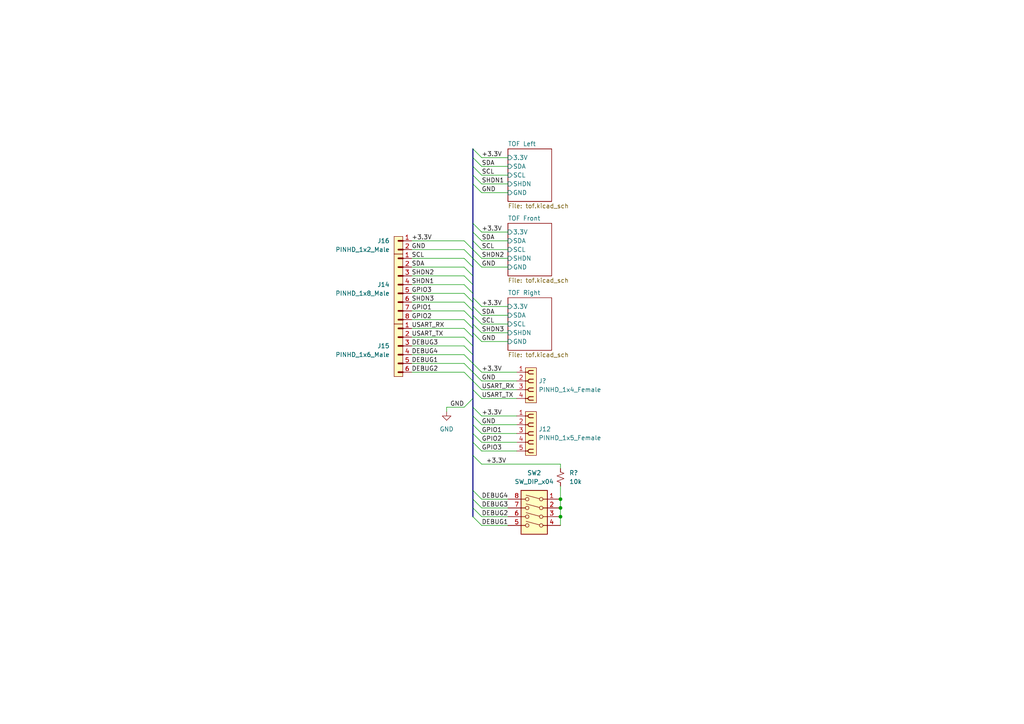
<source format=kicad_sch>
(kicad_sch (version 20230121) (generator eeschema)

  (uuid 31eac67d-6e38-4018-a0a5-3633aa5d4fe1)

  (paper "A4")

  (title_block
    (title "Mouse Potato")
    (date "2024-02-01")
    (rev "1.2.0")
    (company "UCLA Micromouse 2023-24 Team 2")
  )

  (lib_symbols
    (symbol "Device:R_Small_US" (pin_numbers hide) (pin_names (offset 0.254) hide) (in_bom yes) (on_board yes)
      (property "Reference" "R" (at 0.762 0.508 0)
        (effects (font (size 1.27 1.27)) (justify left))
      )
      (property "Value" "R_Small_US" (at 0.762 -1.016 0)
        (effects (font (size 1.27 1.27)) (justify left))
      )
      (property "Footprint" "" (at 0 0 0)
        (effects (font (size 1.27 1.27)) hide)
      )
      (property "Datasheet" "~" (at 0 0 0)
        (effects (font (size 1.27 1.27)) hide)
      )
      (property "ki_keywords" "r resistor" (at 0 0 0)
        (effects (font (size 1.27 1.27)) hide)
      )
      (property "ki_description" "Resistor, small US symbol" (at 0 0 0)
        (effects (font (size 1.27 1.27)) hide)
      )
      (property "ki_fp_filters" "R_*" (at 0 0 0)
        (effects (font (size 1.27 1.27)) hide)
      )
      (symbol "R_Small_US_1_1"
        (polyline
          (pts
            (xy 0 0)
            (xy 1.016 -0.381)
            (xy 0 -0.762)
            (xy -1.016 -1.143)
            (xy 0 -1.524)
          )
          (stroke (width 0) (type default))
          (fill (type none))
        )
        (polyline
          (pts
            (xy 0 1.524)
            (xy 1.016 1.143)
            (xy 0 0.762)
            (xy -1.016 0.381)
            (xy 0 0)
          )
          (stroke (width 0) (type default))
          (fill (type none))
        )
        (pin passive line (at 0 2.54 270) (length 1.016)
          (name "~" (effects (font (size 1.27 1.27))))
          (number "1" (effects (font (size 1.27 1.27))))
        )
        (pin passive line (at 0 -2.54 90) (length 1.016)
          (name "~" (effects (font (size 1.27 1.27))))
          (number "2" (effects (font (size 1.27 1.27))))
        )
      )
    )
    (symbol "PCM_SL_Pin_Headers:PINHD_1x2_Male" (in_bom yes) (on_board yes)
      (property "Reference" "J" (at 0 6.35 0)
        (effects (font (size 1.27 1.27)))
      )
      (property "Value" "PINHD_1x2_Male" (at 0 3.81 0)
        (effects (font (size 1.27 1.27)))
      )
      (property "Footprint" "Connector_PinHeader_2.54mm:PinHeader_1x02_P2.54mm_Vertical" (at 1.27 -3.81 0)
        (effects (font (size 1.27 1.27)) hide)
      )
      (property "Datasheet" "" (at 0 7.62 0)
        (effects (font (size 1.27 1.27)) hide)
      )
      (property "ki_keywords" "Pin Header" (at 0 0 0)
        (effects (font (size 1.27 1.27)) hide)
      )
      (property "ki_description" "Pin Header male with pin space 2.54mm. Pin Count -2" (at 0 0 0)
        (effects (font (size 1.27 1.27)) hide)
      )
      (property "ki_fp_filters" "PinHeader_1x02_P2.54mm*" (at 0 0 0)
        (effects (font (size 1.27 1.27)) hide)
      )
      (symbol "PINHD_1x2_Male_0_1"
        (rectangle (start -1.27 2.54) (end 1.27 -2.54)
          (stroke (width 0) (type default))
          (fill (type background))
        )
        (polyline
          (pts
            (xy -1.27 -1.27)
            (xy 0 -1.27)
          )
          (stroke (width 0.3) (type default))
          (fill (type none))
        )
        (polyline
          (pts
            (xy -1.27 -1.27)
            (xy 0 -1.27)
          )
          (stroke (width 0.5) (type default))
          (fill (type none))
        )
        (polyline
          (pts
            (xy -1.27 1.27)
            (xy 0 1.27)
          )
          (stroke (width 0.3) (type default))
          (fill (type none))
        )
        (polyline
          (pts
            (xy -1.27 1.27)
            (xy 0 1.27)
          )
          (stroke (width 0.5) (type default))
          (fill (type none))
        )
      )
      (symbol "PINHD_1x2_Male_1_1"
        (pin passive line (at -3.81 1.27 0) (length 2.54)
          (name "" (effects (font (size 1.27 1.27))))
          (number "1" (effects (font (size 1.27 1.27))))
        )
        (pin passive line (at -3.81 -1.27 0) (length 2.54)
          (name "" (effects (font (size 1.27 1.27))))
          (number "2" (effects (font (size 1.27 1.27))))
        )
      )
    )
    (symbol "PCM_SL_Pin_Headers:PINHD_1x4_Female" (in_bom yes) (on_board yes)
      (property "Reference" "J" (at 0 10.16 0)
        (effects (font (size 1.27 1.27)))
      )
      (property "Value" "PINHD_1x4_Female" (at 0 7.62 0)
        (effects (font (size 1.27 1.27)))
      )
      (property "Footprint" "Connector_PinSocket_2.54mm:PinSocket_1x04_P2.54mm_Vertical" (at 2.54 12.7 0)
        (effects (font (size 1.27 1.27)) hide)
      )
      (property "Datasheet" "" (at 0 10.16 0)
        (effects (font (size 1.27 1.27)) hide)
      )
      (property "ki_keywords" "Pin Header" (at 0 0 0)
        (effects (font (size 1.27 1.27)) hide)
      )
      (property "ki_description" "Pin Header female with pin space 2.54mm. Pin Count -4" (at 0 0 0)
        (effects (font (size 1.27 1.27)) hide)
      )
      (property "ki_fp_filters" "PinSocket_1x04_P2.54mm*" (at 0 0 0)
        (effects (font (size 1.27 1.27)) hide)
      )
      (symbol "PINHD_1x4_Female_0_1"
        (rectangle (start -1.27 5.08) (end 1.905 -5.08)
          (stroke (width 0) (type default))
          (fill (type background))
        )
        (arc (start -0.508 -3.81) (mid -0.3592 -4.1692) (end 0 -4.318)
          (stroke (width 0.25) (type default))
          (fill (type none))
        )
        (arc (start -0.508 -1.27) (mid -0.3592 -1.6292) (end 0 -1.778)
          (stroke (width 0.25) (type default))
          (fill (type none))
        )
        (arc (start -0.508 1.27) (mid -0.3592 0.9108) (end 0 0.762)
          (stroke (width 0.25) (type default))
          (fill (type none))
        )
        (arc (start -0.508 3.81) (mid -0.3592 3.4508) (end 0 3.302)
          (stroke (width 0.25) (type default))
          (fill (type none))
        )
        (arc (start 0 -3.302) (mid -0.3592 -3.4508) (end -0.508 -3.81)
          (stroke (width 0.25) (type default))
          (fill (type none))
        )
        (arc (start 0 -0.762) (mid -0.3592 -0.9108) (end -0.508 -1.27)
          (stroke (width 0.25) (type default))
          (fill (type none))
        )
        (polyline
          (pts
            (xy -1.27 -3.81)
            (xy -0.508 -3.81)
          )
          (stroke (width 0.25) (type default))
          (fill (type none))
        )
        (polyline
          (pts
            (xy -1.27 -1.27)
            (xy -0.508 -1.27)
          )
          (stroke (width 0.25) (type default))
          (fill (type none))
        )
        (polyline
          (pts
            (xy -1.27 1.27)
            (xy -0.508 1.27)
          )
          (stroke (width 0.25) (type default))
          (fill (type none))
        )
        (polyline
          (pts
            (xy -1.27 3.81)
            (xy -0.508 3.81)
          )
          (stroke (width 0.25) (type default))
          (fill (type none))
        )
        (polyline
          (pts
            (xy 0 -4.318)
            (xy 1.016 -4.318)
          )
          (stroke (width 0.25) (type default))
          (fill (type none))
        )
        (polyline
          (pts
            (xy 0 -3.302)
            (xy 1.016 -3.302)
          )
          (stroke (width 0.25) (type default))
          (fill (type none))
        )
        (polyline
          (pts
            (xy 0 -1.778)
            (xy 1.016 -1.778)
          )
          (stroke (width 0.25) (type default))
          (fill (type none))
        )
        (polyline
          (pts
            (xy 0 -0.762)
            (xy 1.016 -0.762)
          )
          (stroke (width 0.25) (type default))
          (fill (type none))
        )
        (polyline
          (pts
            (xy 0 0.762)
            (xy 1.016 0.762)
          )
          (stroke (width 0.25) (type default))
          (fill (type none))
        )
        (polyline
          (pts
            (xy 0 1.778)
            (xy 1.016 1.778)
          )
          (stroke (width 0.25) (type default))
          (fill (type none))
        )
        (polyline
          (pts
            (xy 0 3.302)
            (xy 1.016 3.302)
          )
          (stroke (width 0.25) (type default))
          (fill (type none))
        )
        (polyline
          (pts
            (xy 0 4.318)
            (xy 1.016 4.318)
          )
          (stroke (width 0.25) (type default))
          (fill (type none))
        )
        (arc (start 0 1.778) (mid -0.3592 1.6292) (end -0.508 1.27)
          (stroke (width 0.25) (type default))
          (fill (type none))
        )
        (arc (start 0 4.318) (mid -0.3592 4.1692) (end -0.508 3.81)
          (stroke (width 0.25) (type default))
          (fill (type none))
        )
      )
      (symbol "PINHD_1x4_Female_1_1"
        (pin passive line (at -3.81 3.81 0) (length 2.54)
          (name "" (effects (font (size 1.27 1.27))))
          (number "1" (effects (font (size 1.27 1.27))))
        )
        (pin passive line (at -3.81 1.27 0) (length 2.54)
          (name "" (effects (font (size 1.27 1.27))))
          (number "2" (effects (font (size 1.27 1.27))))
        )
        (pin passive line (at -3.81 -1.27 0) (length 2.54)
          (name "" (effects (font (size 1.27 1.27))))
          (number "3" (effects (font (size 1.27 1.27))))
        )
        (pin passive line (at -3.81 -3.81 0) (length 2.54)
          (name "" (effects (font (size 1.27 1.27))))
          (number "4" (effects (font (size 1.27 1.27))))
        )
      )
    )
    (symbol "PCM_SL_Pin_Headers:PINHD_1x5_Female" (in_bom yes) (on_board yes)
      (property "Reference" "J" (at 0 11.43 0)
        (effects (font (size 1.27 1.27)))
      )
      (property "Value" "PINHD_1x5_Female" (at 0 8.89 0)
        (effects (font (size 1.27 1.27)))
      )
      (property "Footprint" "Connector_PinSocket_2.54mm:PinSocket_1x05_P2.54mm_Vertical" (at 2.54 13.97 0)
        (effects (font (size 1.27 1.27)) hide)
      )
      (property "Datasheet" "" (at 0 11.43 0)
        (effects (font (size 1.27 1.27)) hide)
      )
      (property "ki_keywords" "Pin Header" (at 0 0 0)
        (effects (font (size 1.27 1.27)) hide)
      )
      (property "ki_description" "Pin Header female with pin space 2.54mm. Pin Count -5" (at 0 0 0)
        (effects (font (size 1.27 1.27)) hide)
      )
      (property "ki_fp_filters" "PinSocket_1x05_P2.54mm*" (at 0 0 0)
        (effects (font (size 1.27 1.27)) hide)
      )
      (symbol "PINHD_1x5_Female_0_1"
        (rectangle (start -1.27 6.35) (end 1.905 -6.35)
          (stroke (width 0) (type default))
          (fill (type background))
        )
        (arc (start -0.508 -5.08) (mid -0.3592 -5.4392) (end 0 -5.588)
          (stroke (width 0.25) (type default))
          (fill (type none))
        )
        (arc (start -0.508 -2.54) (mid -0.3592 -2.8992) (end 0 -3.048)
          (stroke (width 0.25) (type default))
          (fill (type none))
        )
        (arc (start -0.508 0) (mid -0.3592 -0.3592) (end 0 -0.508)
          (stroke (width 0.25) (type default))
          (fill (type none))
        )
        (arc (start -0.508 2.54) (mid -0.3592 2.1808) (end 0 2.032)
          (stroke (width 0.25) (type default))
          (fill (type none))
        )
        (arc (start -0.508 5.08) (mid -0.3592 4.7208) (end 0 4.572)
          (stroke (width 0.25) (type default))
          (fill (type none))
        )
        (arc (start 0 -4.572) (mid -0.3592 -4.7208) (end -0.508 -5.08)
          (stroke (width 0.25) (type default))
          (fill (type none))
        )
        (arc (start 0 -2.032) (mid -0.3592 -2.1808) (end -0.508 -2.54)
          (stroke (width 0.25) (type default))
          (fill (type none))
        )
        (polyline
          (pts
            (xy -1.27 -5.08)
            (xy -0.508 -5.08)
          )
          (stroke (width 0.25) (type default))
          (fill (type none))
        )
        (polyline
          (pts
            (xy -1.27 -2.54)
            (xy -0.508 -2.54)
          )
          (stroke (width 0.25) (type default))
          (fill (type none))
        )
        (polyline
          (pts
            (xy -1.27 0)
            (xy -0.508 0)
          )
          (stroke (width 0.25) (type default))
          (fill (type none))
        )
        (polyline
          (pts
            (xy -1.27 2.54)
            (xy -0.508 2.54)
          )
          (stroke (width 0.25) (type default))
          (fill (type none))
        )
        (polyline
          (pts
            (xy -1.27 5.08)
            (xy -0.508 5.08)
          )
          (stroke (width 0.25) (type default))
          (fill (type none))
        )
        (polyline
          (pts
            (xy 0 -5.588)
            (xy 1.016 -5.588)
          )
          (stroke (width 0.25) (type default))
          (fill (type none))
        )
        (polyline
          (pts
            (xy 0 -4.572)
            (xy 1.016 -4.572)
          )
          (stroke (width 0.25) (type default))
          (fill (type none))
        )
        (polyline
          (pts
            (xy 0 -3.048)
            (xy 1.016 -3.048)
          )
          (stroke (width 0.25) (type default))
          (fill (type none))
        )
        (polyline
          (pts
            (xy 0 -2.032)
            (xy 1.016 -2.032)
          )
          (stroke (width 0.25) (type default))
          (fill (type none))
        )
        (polyline
          (pts
            (xy 0 -0.508)
            (xy 1.016 -0.508)
          )
          (stroke (width 0.25) (type default))
          (fill (type none))
        )
        (polyline
          (pts
            (xy 0 0.508)
            (xy 1.016 0.508)
          )
          (stroke (width 0.25) (type default))
          (fill (type none))
        )
        (polyline
          (pts
            (xy 0 2.032)
            (xy 1.016 2.032)
          )
          (stroke (width 0.25) (type default))
          (fill (type none))
        )
        (polyline
          (pts
            (xy 0 3.048)
            (xy 1.016 3.048)
          )
          (stroke (width 0.25) (type default))
          (fill (type none))
        )
        (polyline
          (pts
            (xy 0 4.572)
            (xy 1.016 4.572)
          )
          (stroke (width 0.25) (type default))
          (fill (type none))
        )
        (polyline
          (pts
            (xy 0 5.588)
            (xy 1.016 5.588)
          )
          (stroke (width 0.25) (type default))
          (fill (type none))
        )
        (arc (start 0 0.508) (mid -0.3592 0.3592) (end -0.508 0)
          (stroke (width 0.25) (type default))
          (fill (type none))
        )
        (arc (start 0 3.048) (mid -0.3592 2.8992) (end -0.508 2.54)
          (stroke (width 0.25) (type default))
          (fill (type none))
        )
        (arc (start 0 5.588) (mid -0.3592 5.4392) (end -0.508 5.08)
          (stroke (width 0.25) (type default))
          (fill (type none))
        )
      )
      (symbol "PINHD_1x5_Female_1_1"
        (pin passive line (at -3.81 5.08 0) (length 2.54)
          (name "" (effects (font (size 1.27 1.27))))
          (number "1" (effects (font (size 1.27 1.27))))
        )
        (pin passive line (at -3.81 2.54 0) (length 2.54)
          (name "" (effects (font (size 1.27 1.27))))
          (number "2" (effects (font (size 1.27 1.27))))
        )
        (pin passive line (at -3.81 0 0) (length 2.54)
          (name "" (effects (font (size 1.27 1.27))))
          (number "3" (effects (font (size 1.27 1.27))))
        )
        (pin passive line (at -3.81 -2.54 0) (length 2.54)
          (name "" (effects (font (size 1.27 1.27))))
          (number "4" (effects (font (size 1.27 1.27))))
        )
        (pin passive line (at -3.81 -5.08 0) (length 2.54)
          (name "" (effects (font (size 1.27 1.27))))
          (number "5" (effects (font (size 1.27 1.27))))
        )
      )
    )
    (symbol "PCM_SL_Pin_Headers:PINHD_1x6_Male" (in_bom yes) (on_board yes)
      (property "Reference" "J" (at 0 11.43 0)
        (effects (font (size 1.27 1.27)))
      )
      (property "Value" "PINHD_1x6_Male" (at 0 8.89 0)
        (effects (font (size 1.27 1.27)))
      )
      (property "Footprint" "Connector_PinHeader_2.54mm:PinHeader_1x06_P2.54mm_Vertical" (at -1.27 13.97 0)
        (effects (font (size 1.27 1.27)) hide)
      )
      (property "Datasheet" "" (at 0 12.7 0)
        (effects (font (size 1.27 1.27)) hide)
      )
      (property "ki_keywords" "Pin Header" (at 0 0 0)
        (effects (font (size 1.27 1.27)) hide)
      )
      (property "ki_description" "Pin Header male with pin space 2.54mm. Pin Count -6" (at 0 0 0)
        (effects (font (size 1.27 1.27)) hide)
      )
      (property "ki_fp_filters" "PinHeader_1x06_P2.54mm*" (at 0 0 0)
        (effects (font (size 1.27 1.27)) hide)
      )
      (symbol "PINHD_1x6_Male_0_1"
        (rectangle (start -1.27 7.62) (end 1.27 -7.62)
          (stroke (width 0) (type default))
          (fill (type background))
        )
        (polyline
          (pts
            (xy -1.27 -6.35)
            (xy 0 -6.35)
          )
          (stroke (width 0.3) (type default))
          (fill (type none))
        )
        (polyline
          (pts
            (xy -1.27 -6.35)
            (xy 0 -6.35)
          )
          (stroke (width 0.5) (type default))
          (fill (type none))
        )
        (polyline
          (pts
            (xy -1.27 -3.81)
            (xy 0 -3.81)
          )
          (stroke (width 0.3) (type default))
          (fill (type none))
        )
        (polyline
          (pts
            (xy -1.27 -3.81)
            (xy 0 -3.81)
          )
          (stroke (width 0.5) (type default))
          (fill (type none))
        )
        (polyline
          (pts
            (xy -1.27 -1.27)
            (xy 0 -1.27)
          )
          (stroke (width 0.3) (type default))
          (fill (type none))
        )
        (polyline
          (pts
            (xy -1.27 -1.27)
            (xy 0 -1.27)
          )
          (stroke (width 0.5) (type default))
          (fill (type none))
        )
        (polyline
          (pts
            (xy -1.27 1.27)
            (xy 0 1.27)
          )
          (stroke (width 0.3) (type default))
          (fill (type none))
        )
        (polyline
          (pts
            (xy -1.27 1.27)
            (xy 0 1.27)
          )
          (stroke (width 0.5) (type default))
          (fill (type none))
        )
        (polyline
          (pts
            (xy -1.27 3.81)
            (xy 0 3.81)
          )
          (stroke (width 0.3) (type default))
          (fill (type none))
        )
        (polyline
          (pts
            (xy -1.27 3.81)
            (xy 0 3.81)
          )
          (stroke (width 0.5) (type default))
          (fill (type none))
        )
        (polyline
          (pts
            (xy -1.27 6.35)
            (xy 0 6.35)
          )
          (stroke (width 0.3) (type default))
          (fill (type none))
        )
        (polyline
          (pts
            (xy -1.27 6.35)
            (xy 0 6.35)
          )
          (stroke (width 0.5) (type default))
          (fill (type none))
        )
      )
      (symbol "PINHD_1x6_Male_1_1"
        (pin passive line (at -3.81 6.35 0) (length 2.54)
          (name "" (effects (font (size 1.27 1.27))))
          (number "1" (effects (font (size 1.27 1.27))))
        )
        (pin passive line (at -3.81 3.81 0) (length 2.54)
          (name "" (effects (font (size 1.27 1.27))))
          (number "2" (effects (font (size 1.27 1.27))))
        )
        (pin passive line (at -3.81 1.27 0) (length 2.54)
          (name "" (effects (font (size 1.27 1.27))))
          (number "3" (effects (font (size 1.27 1.27))))
        )
        (pin passive line (at -3.81 -1.27 0) (length 2.54)
          (name "" (effects (font (size 1.27 1.27))))
          (number "4" (effects (font (size 1.27 1.27))))
        )
        (pin passive line (at -3.81 -3.81 0) (length 2.54)
          (name "" (effects (font (size 1.27 1.27))))
          (number "5" (effects (font (size 1.27 1.27))))
        )
        (pin passive line (at -3.81 -6.35 0) (length 2.54)
          (name "" (effects (font (size 1.27 1.27))))
          (number "6" (effects (font (size 1.27 1.27))))
        )
      )
    )
    (symbol "PCM_SL_Pin_Headers:PINHD_1x8_Male" (in_bom yes) (on_board yes)
      (property "Reference" "J" (at 0 13.97 0)
        (effects (font (size 1.27 1.27)))
      )
      (property "Value" "PINHD_1x8_Male" (at 0 11.43 0)
        (effects (font (size 1.27 1.27)))
      )
      (property "Footprint" "Connector_PinHeader_2.54mm:PinHeader_1x08_P2.54mm_Vertical" (at -1.27 16.51 0)
        (effects (font (size 1.27 1.27)) hide)
      )
      (property "Datasheet" "" (at 0 15.24 0)
        (effects (font (size 1.27 1.27)) hide)
      )
      (property "ki_keywords" "Pin Header" (at 0 0 0)
        (effects (font (size 1.27 1.27)) hide)
      )
      (property "ki_description" "Pin Header male with pin space 2.54mm. Pin Count -8" (at 0 0 0)
        (effects (font (size 1.27 1.27)) hide)
      )
      (property "ki_fp_filters" "PinHeader_1x08_P2.54mm*" (at 0 0 0)
        (effects (font (size 1.27 1.27)) hide)
      )
      (symbol "PINHD_1x8_Male_0_1"
        (rectangle (start -1.27 10.16) (end 1.27 -10.16)
          (stroke (width 0) (type default))
          (fill (type background))
        )
        (polyline
          (pts
            (xy -1.27 -8.89)
            (xy 0 -8.89)
          )
          (stroke (width 0.3) (type default))
          (fill (type none))
        )
        (polyline
          (pts
            (xy -1.27 -8.89)
            (xy 0 -8.89)
          )
          (stroke (width 0.5) (type default))
          (fill (type none))
        )
        (polyline
          (pts
            (xy -1.27 -6.35)
            (xy 0 -6.35)
          )
          (stroke (width 0.3) (type default))
          (fill (type none))
        )
        (polyline
          (pts
            (xy -1.27 -6.35)
            (xy 0 -6.35)
          )
          (stroke (width 0.5) (type default))
          (fill (type none))
        )
        (polyline
          (pts
            (xy -1.27 -3.81)
            (xy 0 -3.81)
          )
          (stroke (width 0.3) (type default))
          (fill (type none))
        )
        (polyline
          (pts
            (xy -1.27 -3.81)
            (xy 0 -3.81)
          )
          (stroke (width 0.5) (type default))
          (fill (type none))
        )
        (polyline
          (pts
            (xy -1.27 -1.27)
            (xy 0 -1.27)
          )
          (stroke (width 0.3) (type default))
          (fill (type none))
        )
        (polyline
          (pts
            (xy -1.27 -1.27)
            (xy 0 -1.27)
          )
          (stroke (width 0.5) (type default))
          (fill (type none))
        )
        (polyline
          (pts
            (xy -1.27 1.27)
            (xy 0 1.27)
          )
          (stroke (width 0.3) (type default))
          (fill (type none))
        )
        (polyline
          (pts
            (xy -1.27 1.27)
            (xy 0 1.27)
          )
          (stroke (width 0.5) (type default))
          (fill (type none))
        )
        (polyline
          (pts
            (xy -1.27 3.81)
            (xy 0 3.81)
          )
          (stroke (width 0.3) (type default))
          (fill (type none))
        )
        (polyline
          (pts
            (xy -1.27 3.81)
            (xy 0 3.81)
          )
          (stroke (width 0.5) (type default))
          (fill (type none))
        )
        (polyline
          (pts
            (xy -1.27 6.35)
            (xy 0 6.35)
          )
          (stroke (width 0.3) (type default))
          (fill (type none))
        )
        (polyline
          (pts
            (xy -1.27 6.35)
            (xy 0 6.35)
          )
          (stroke (width 0.5) (type default))
          (fill (type none))
        )
        (polyline
          (pts
            (xy -1.27 8.89)
            (xy 0 8.89)
          )
          (stroke (width 0.3) (type default))
          (fill (type none))
        )
        (polyline
          (pts
            (xy -1.27 8.89)
            (xy 0 8.89)
          )
          (stroke (width 0.5) (type default))
          (fill (type none))
        )
      )
      (symbol "PINHD_1x8_Male_1_1"
        (pin passive line (at -3.81 8.89 0) (length 2.54)
          (name "" (effects (font (size 1.27 1.27))))
          (number "1" (effects (font (size 1.27 1.27))))
        )
        (pin passive line (at -3.81 6.35 0) (length 2.54)
          (name "" (effects (font (size 1.27 1.27))))
          (number "2" (effects (font (size 1.27 1.27))))
        )
        (pin passive line (at -3.81 3.81 0) (length 2.54)
          (name "" (effects (font (size 1.27 1.27))))
          (number "3" (effects (font (size 1.27 1.27))))
        )
        (pin passive line (at -3.81 1.27 0) (length 2.54)
          (name "" (effects (font (size 1.27 1.27))))
          (number "4" (effects (font (size 1.27 1.27))))
        )
        (pin passive line (at -3.81 -1.27 0) (length 2.54)
          (name "" (effects (font (size 1.27 1.27))))
          (number "5" (effects (font (size 1.27 1.27))))
        )
        (pin passive line (at -3.81 -3.81 0) (length 2.54)
          (name "" (effects (font (size 1.27 1.27))))
          (number "6" (effects (font (size 1.27 1.27))))
        )
        (pin passive line (at -3.81 -6.35 0) (length 2.54)
          (name "" (effects (font (size 1.27 1.27))))
          (number "7" (effects (font (size 1.27 1.27))))
        )
        (pin passive line (at -3.81 -8.89 0) (length 2.54)
          (name "" (effects (font (size 1.27 1.27))))
          (number "8" (effects (font (size 1.27 1.27))))
        )
      )
    )
    (symbol "Switch:SW_DIP_x04" (pin_names (offset 0) hide) (in_bom yes) (on_board yes)
      (property "Reference" "SW" (at 0 8.89 0)
        (effects (font (size 1.27 1.27)))
      )
      (property "Value" "SW_DIP_x04" (at 0 -6.35 0)
        (effects (font (size 1.27 1.27)))
      )
      (property "Footprint" "" (at 0 0 0)
        (effects (font (size 1.27 1.27)) hide)
      )
      (property "Datasheet" "~" (at 0 0 0)
        (effects (font (size 1.27 1.27)) hide)
      )
      (property "ki_keywords" "dip switch" (at 0 0 0)
        (effects (font (size 1.27 1.27)) hide)
      )
      (property "ki_description" "4x DIP Switch, Single Pole Single Throw (SPST) switch, small symbol" (at 0 0 0)
        (effects (font (size 1.27 1.27)) hide)
      )
      (property "ki_fp_filters" "SW?DIP?x4*" (at 0 0 0)
        (effects (font (size 1.27 1.27)) hide)
      )
      (symbol "SW_DIP_x04_0_0"
        (circle (center -2.032 -2.54) (radius 0.508)
          (stroke (width 0) (type default))
          (fill (type none))
        )
        (circle (center -2.032 0) (radius 0.508)
          (stroke (width 0) (type default))
          (fill (type none))
        )
        (circle (center -2.032 2.54) (radius 0.508)
          (stroke (width 0) (type default))
          (fill (type none))
        )
        (circle (center -2.032 5.08) (radius 0.508)
          (stroke (width 0) (type default))
          (fill (type none))
        )
        (polyline
          (pts
            (xy -1.524 -2.3876)
            (xy 2.3622 -1.3462)
          )
          (stroke (width 0) (type default))
          (fill (type none))
        )
        (polyline
          (pts
            (xy -1.524 0.127)
            (xy 2.3622 1.1684)
          )
          (stroke (width 0) (type default))
          (fill (type none))
        )
        (polyline
          (pts
            (xy -1.524 2.667)
            (xy 2.3622 3.7084)
          )
          (stroke (width 0) (type default))
          (fill (type none))
        )
        (polyline
          (pts
            (xy -1.524 5.207)
            (xy 2.3622 6.2484)
          )
          (stroke (width 0) (type default))
          (fill (type none))
        )
        (circle (center 2.032 -2.54) (radius 0.508)
          (stroke (width 0) (type default))
          (fill (type none))
        )
        (circle (center 2.032 0) (radius 0.508)
          (stroke (width 0) (type default))
          (fill (type none))
        )
        (circle (center 2.032 2.54) (radius 0.508)
          (stroke (width 0) (type default))
          (fill (type none))
        )
        (circle (center 2.032 5.08) (radius 0.508)
          (stroke (width 0) (type default))
          (fill (type none))
        )
      )
      (symbol "SW_DIP_x04_0_1"
        (rectangle (start -3.81 7.62) (end 3.81 -5.08)
          (stroke (width 0.254) (type default))
          (fill (type background))
        )
      )
      (symbol "SW_DIP_x04_1_1"
        (pin passive line (at -7.62 5.08 0) (length 5.08)
          (name "~" (effects (font (size 1.27 1.27))))
          (number "1" (effects (font (size 1.27 1.27))))
        )
        (pin passive line (at -7.62 2.54 0) (length 5.08)
          (name "~" (effects (font (size 1.27 1.27))))
          (number "2" (effects (font (size 1.27 1.27))))
        )
        (pin passive line (at -7.62 0 0) (length 5.08)
          (name "~" (effects (font (size 1.27 1.27))))
          (number "3" (effects (font (size 1.27 1.27))))
        )
        (pin passive line (at -7.62 -2.54 0) (length 5.08)
          (name "~" (effects (font (size 1.27 1.27))))
          (number "4" (effects (font (size 1.27 1.27))))
        )
        (pin passive line (at 7.62 -2.54 180) (length 5.08)
          (name "~" (effects (font (size 1.27 1.27))))
          (number "5" (effects (font (size 1.27 1.27))))
        )
        (pin passive line (at 7.62 0 180) (length 5.08)
          (name "~" (effects (font (size 1.27 1.27))))
          (number "6" (effects (font (size 1.27 1.27))))
        )
        (pin passive line (at 7.62 2.54 180) (length 5.08)
          (name "~" (effects (font (size 1.27 1.27))))
          (number "7" (effects (font (size 1.27 1.27))))
        )
        (pin passive line (at 7.62 5.08 180) (length 5.08)
          (name "~" (effects (font (size 1.27 1.27))))
          (number "8" (effects (font (size 1.27 1.27))))
        )
      )
    )
    (symbol "power:GND" (power) (pin_names (offset 0)) (in_bom yes) (on_board yes)
      (property "Reference" "#PWR" (at 0 -6.35 0)
        (effects (font (size 1.27 1.27)) hide)
      )
      (property "Value" "GND" (at 0 -3.81 0)
        (effects (font (size 1.27 1.27)))
      )
      (property "Footprint" "" (at 0 0 0)
        (effects (font (size 1.27 1.27)) hide)
      )
      (property "Datasheet" "" (at 0 0 0)
        (effects (font (size 1.27 1.27)) hide)
      )
      (property "ki_keywords" "global power" (at 0 0 0)
        (effects (font (size 1.27 1.27)) hide)
      )
      (property "ki_description" "Power symbol creates a global label with name \"GND\" , ground" (at 0 0 0)
        (effects (font (size 1.27 1.27)) hide)
      )
      (symbol "GND_0_1"
        (polyline
          (pts
            (xy 0 0)
            (xy 0 -1.27)
            (xy 1.27 -1.27)
            (xy 0 -2.54)
            (xy -1.27 -1.27)
            (xy 0 -1.27)
          )
          (stroke (width 0) (type default))
          (fill (type none))
        )
      )
      (symbol "GND_1_1"
        (pin power_in line (at 0 0 270) (length 0) hide
          (name "GND" (effects (font (size 1.27 1.27))))
          (number "1" (effects (font (size 1.27 1.27))))
        )
      )
    )
  )

  (junction (at 162.56 149.86) (diameter 0) (color 0 0 0 0)
    (uuid 11467241-be16-4e89-afc6-6321e34d73ba)
  )
  (junction (at 162.56 147.32) (diameter 0) (color 0 0 0 0)
    (uuid 80174e56-db05-4d9c-b7aa-76d409c8c5fd)
  )
  (junction (at 162.56 144.78) (diameter 0) (color 0 0 0 0)
    (uuid 812a587a-5e38-4af9-91e9-2e69bf962a47)
  )

  (bus_entry (at 134.62 90.17) (size 2.54 2.54)
    (stroke (width 0) (type default))
    (uuid 01d0a032-7819-4fb7-8b5f-70493617c21c)
  )
  (bus_entry (at 139.7 48.26) (size -2.54 -2.54)
    (stroke (width 0) (type default))
    (uuid 0a04d879-f682-4df1-9201-a43d9ad40237)
  )
  (bus_entry (at 137.16 113.03) (size 2.54 2.54)
    (stroke (width 0) (type default))
    (uuid 106d5df2-c595-45ef-9102-881dd86812db)
  )
  (bus_entry (at 134.62 72.39) (size 2.54 2.54)
    (stroke (width 0) (type default))
    (uuid 13510276-d281-43e5-92ee-56b7ac17f8f3)
  )
  (bus_entry (at 139.7 74.93) (size -2.54 -2.54)
    (stroke (width 0) (type default))
    (uuid 1f645a45-2ae1-4bb2-864f-cfbc6c682176)
  )
  (bus_entry (at 137.16 149.86) (size 2.54 2.54)
    (stroke (width 0) (type default))
    (uuid 265e53a6-e049-4e3e-a67f-dc89a1be7184)
  )
  (bus_entry (at 137.16 115.57) (size -2.54 2.54)
    (stroke (width 0) (type default))
    (uuid 2e2f9cea-fe54-4844-96aa-77d43c9ff94d)
  )
  (bus_entry (at 137.16 120.65) (size 2.54 2.54)
    (stroke (width 0) (type default))
    (uuid 3bc06f6d-3680-4cb6-8d33-502b997ac370)
  )
  (bus_entry (at 134.62 74.93) (size 2.54 2.54)
    (stroke (width 0) (type default))
    (uuid 4169a321-7c86-4668-a966-71435de8a1a4)
  )
  (bus_entry (at 134.62 92.71) (size 2.54 2.54)
    (stroke (width 0) (type default))
    (uuid 44fae7d5-5920-4d0b-ac9d-71a262e68f69)
  )
  (bus_entry (at 134.62 77.47) (size 2.54 2.54)
    (stroke (width 0) (type default))
    (uuid 479a8667-ce83-40a2-be9d-da2d31ac605c)
  )
  (bus_entry (at 137.16 53.34) (size 2.54 2.54)
    (stroke (width 0) (type default))
    (uuid 4c64a307-52ef-49a7-8cbe-50b7e1495423)
  )
  (bus_entry (at 137.16 128.27) (size 2.54 2.54)
    (stroke (width 0) (type default))
    (uuid 4d279612-142d-4b1f-b4b3-4e03cda9d692)
  )
  (bus_entry (at 137.16 125.73) (size 2.54 2.54)
    (stroke (width 0) (type default))
    (uuid 4ec81c97-66ac-4a55-933d-f977d7fddf04)
  )
  (bus_entry (at 134.62 107.95) (size 2.54 2.54)
    (stroke (width 0) (type default))
    (uuid 5ef359ce-f078-4f24-a0ce-335c14c8e076)
  )
  (bus_entry (at 137.16 96.52) (size 2.54 2.54)
    (stroke (width 0) (type default))
    (uuid 6074a9cc-3aa2-4617-9e85-8c3294472ef5)
  )
  (bus_entry (at 134.62 97.79) (size 2.54 2.54)
    (stroke (width 0) (type default))
    (uuid 789e7aa1-2dba-4a75-be48-9d518268560c)
  )
  (bus_entry (at 134.62 102.87) (size 2.54 2.54)
    (stroke (width 0) (type default))
    (uuid 7cbbea63-257d-4201-891c-0a47cc20b181)
  )
  (bus_entry (at 137.16 64.77) (size 2.54 2.54)
    (stroke (width 0) (type default))
    (uuid 8141189c-7fc9-4462-af42-dcdb39f4aa74)
  )
  (bus_entry (at 134.62 87.63) (size 2.54 2.54)
    (stroke (width 0) (type default))
    (uuid 8183537a-cb55-4ee6-92e2-1b30d276b9ab)
  )
  (bus_entry (at 137.16 132.08) (size 2.54 2.54)
    (stroke (width 0) (type default))
    (uuid 81da66d4-ea4a-4cd4-ab92-ff5a5eee79a1)
  )
  (bus_entry (at 134.62 105.41) (size 2.54 2.54)
    (stroke (width 0) (type default))
    (uuid 83c611e0-bc21-4273-a713-1a9ac2a1ea0e)
  )
  (bus_entry (at 139.7 96.52) (size -2.54 -2.54)
    (stroke (width 0) (type default))
    (uuid 91666f52-0aea-4d3d-ab21-eb922f3fcea0)
  )
  (bus_entry (at 137.16 144.78) (size 2.54 2.54)
    (stroke (width 0) (type default))
    (uuid a0da5629-3136-46f7-a3aa-5f2d21eead74)
  )
  (bus_entry (at 139.7 91.44) (size -2.54 -2.54)
    (stroke (width 0) (type default))
    (uuid a1641d06-778e-4f83-a57a-87bd5b9fb0a9)
  )
  (bus_entry (at 134.62 95.25) (size 2.54 2.54)
    (stroke (width 0) (type default))
    (uuid a83d86c0-6ec3-4e87-be01-aff8cf0af9ac)
  )
  (bus_entry (at 139.7 50.8) (size -2.54 -2.54)
    (stroke (width 0) (type default))
    (uuid ab080f9e-cc64-4911-8661-9a22523b5cba)
  )
  (bus_entry (at 137.16 86.36) (size 2.54 2.54)
    (stroke (width 0) (type default))
    (uuid ad99419e-20af-41e5-b5c4-a87f55221da0)
  )
  (bus_entry (at 137.16 110.49) (size 2.54 2.54)
    (stroke (width 0) (type default))
    (uuid aedd4182-905e-4793-ba31-15818723914a)
  )
  (bus_entry (at 137.16 105.41) (size 2.54 2.54)
    (stroke (width 0) (type default))
    (uuid b2f68f81-2113-4c5e-87be-ce56d7f1bf5c)
  )
  (bus_entry (at 137.16 142.24) (size 2.54 2.54)
    (stroke (width 0) (type default))
    (uuid c14f1854-e752-45ca-9096-97e514c379e3)
  )
  (bus_entry (at 137.16 74.93) (size 2.54 2.54)
    (stroke (width 0) (type default))
    (uuid c268aaf7-7eff-42d5-907b-441d3b8e4f8f)
  )
  (bus_entry (at 134.62 100.33) (size 2.54 2.54)
    (stroke (width 0) (type default))
    (uuid c602f59f-4a14-4f41-909f-68d95baf0a30)
  )
  (bus_entry (at 139.7 93.98) (size -2.54 -2.54)
    (stroke (width 0) (type default))
    (uuid cd28f13c-2c04-44d5-9940-39939f3460b2)
  )
  (bus_entry (at 134.62 69.85) (size 2.54 2.54)
    (stroke (width 0) (type default))
    (uuid cd499a1a-dbf6-4829-9d55-b6ae5a456a3e)
  )
  (bus_entry (at 134.62 80.01) (size 2.54 2.54)
    (stroke (width 0) (type default))
    (uuid d0ba2484-333f-4db2-ba01-47ac373884f1)
  )
  (bus_entry (at 137.16 43.18) (size 2.54 2.54)
    (stroke (width 0) (type default))
    (uuid d476b717-68d5-450e-960c-ea66a127ce89)
  )
  (bus_entry (at 139.7 72.39) (size -2.54 -2.54)
    (stroke (width 0) (type default))
    (uuid d7b6d957-4d3a-43da-bfb6-1393ac011754)
  )
  (bus_entry (at 137.16 107.95) (size 2.54 2.54)
    (stroke (width 0) (type default))
    (uuid da079b59-11bd-416a-bace-cdb6233b7654)
  )
  (bus_entry (at 139.7 53.34) (size -2.54 -2.54)
    (stroke (width 0) (type default))
    (uuid e259c323-7694-488a-b491-2c7dfb292dc2)
  )
  (bus_entry (at 137.16 123.19) (size 2.54 2.54)
    (stroke (width 0) (type default))
    (uuid e2960f17-c65d-422f-83b5-145d26c9c77d)
  )
  (bus_entry (at 134.62 82.55) (size 2.54 2.54)
    (stroke (width 0) (type default))
    (uuid e71aa9b1-27ff-4b85-ab32-495d0997b5e4)
  )
  (bus_entry (at 137.16 118.11) (size 2.54 2.54)
    (stroke (width 0) (type default))
    (uuid eca2e807-8261-4da7-962f-11921194437e)
  )
  (bus_entry (at 134.62 85.09) (size 2.54 2.54)
    (stroke (width 0) (type default))
    (uuid f1f15e15-c4c9-46a5-8bc0-e98d982079e1)
  )
  (bus_entry (at 139.7 69.85) (size -2.54 -2.54)
    (stroke (width 0) (type default))
    (uuid f1f6dad1-6fae-4010-ac44-aaa71cb2fdda)
  )
  (bus_entry (at 137.16 147.32) (size 2.54 2.54)
    (stroke (width 0) (type default))
    (uuid fa6e035e-3b43-42d5-9f28-1dc3e1efe947)
  )

  (wire (pts (xy 119.38 107.95) (xy 134.62 107.95))
    (stroke (width 0) (type default))
    (uuid 014d6b9d-fe31-427c-a10f-59ef4203f223)
  )
  (wire (pts (xy 139.7 134.62) (xy 162.56 134.62))
    (stroke (width 0) (type default))
    (uuid 03226ca2-7981-484f-b6f3-4cb193f491f9)
  )
  (wire (pts (xy 139.7 123.19) (xy 149.86 123.19))
    (stroke (width 0) (type default))
    (uuid 040957ef-324b-4831-88b6-51364a02a262)
  )
  (wire (pts (xy 162.56 144.78) (xy 162.56 147.32))
    (stroke (width 0) (type default))
    (uuid 0488982b-e3cd-426e-bdfd-700dd804df2d)
  )
  (bus (pts (xy 137.16 95.25) (xy 137.16 96.52))
    (stroke (width 0) (type default))
    (uuid 0aefbd74-00f4-4b27-967b-cb97aae63091)
  )

  (wire (pts (xy 119.38 87.63) (xy 134.62 87.63))
    (stroke (width 0) (type default))
    (uuid 0d379e5a-432d-4e41-8594-d9308e59bb52)
  )
  (wire (pts (xy 119.38 69.85) (xy 134.62 69.85))
    (stroke (width 0) (type default))
    (uuid 17e31ab9-ee05-48ef-a6c4-e01aa0c8b411)
  )
  (bus (pts (xy 137.16 102.87) (xy 137.16 105.41))
    (stroke (width 0) (type default))
    (uuid 19eeb84f-cdb1-4dc4-8ef4-529fa29cc4da)
  )

  (wire (pts (xy 139.7 50.8) (xy 147.32 50.8))
    (stroke (width 0) (type default))
    (uuid 1d473e75-bc14-4e06-b0ad-d73168816893)
  )
  (wire (pts (xy 162.56 140.97) (xy 162.56 144.78))
    (stroke (width 0) (type default))
    (uuid 1ded6c4e-145c-497e-a63d-e953e269d955)
  )
  (bus (pts (xy 137.16 50.8) (xy 137.16 53.34))
    (stroke (width 0) (type default))
    (uuid 221d1634-1e3a-43e3-81b8-fb422a21a42b)
  )

  (wire (pts (xy 119.38 90.17) (xy 134.62 90.17))
    (stroke (width 0) (type default))
    (uuid 2263003a-5d02-48cb-9e24-0a8ff788b97b)
  )
  (bus (pts (xy 137.16 80.01) (xy 137.16 82.55))
    (stroke (width 0) (type default))
    (uuid 234faa89-e0d8-41a1-b19b-0a0879242d2e)
  )
  (bus (pts (xy 137.16 105.41) (xy 137.16 107.95))
    (stroke (width 0) (type default))
    (uuid 2e7add70-5574-4271-8849-56ce0e6ccd94)
  )
  (bus (pts (xy 137.16 82.55) (xy 137.16 85.09))
    (stroke (width 0) (type default))
    (uuid 2e7ff5a3-da49-412e-964d-b4d64c0b74cf)
  )
  (bus (pts (xy 137.16 144.78) (xy 137.16 147.32))
    (stroke (width 0) (type default))
    (uuid 2fc1b184-6cda-41c0-b630-74d7b4dfbe53)
  )
  (bus (pts (xy 137.16 123.19) (xy 137.16 125.73))
    (stroke (width 0) (type default))
    (uuid 31f2ac4a-e771-4f37-90dd-df0a9dc8fd51)
  )
  (bus (pts (xy 137.16 113.03) (xy 137.16 115.57))
    (stroke (width 0) (type default))
    (uuid 32764b24-3670-495c-bc44-ae6120cfee54)
  )

  (wire (pts (xy 139.7 91.44) (xy 147.32 91.44))
    (stroke (width 0) (type default))
    (uuid 332bd14c-10a4-456c-8f5f-9f7b10bfe70b)
  )
  (bus (pts (xy 137.16 74.93) (xy 137.16 77.47))
    (stroke (width 0) (type default))
    (uuid 33f3ec69-8f99-4ab7-bb8d-c73f50b76e07)
  )

  (wire (pts (xy 139.7 67.31) (xy 147.32 67.31))
    (stroke (width 0) (type default))
    (uuid 340f8e88-d45d-4fc5-bdc5-8b112f24214d)
  )
  (bus (pts (xy 137.16 87.63) (xy 137.16 88.9))
    (stroke (width 0) (type default))
    (uuid 37d26533-f35e-4ce7-8b1a-bdf452f7b26b)
  )

  (wire (pts (xy 139.7 120.65) (xy 149.86 120.65))
    (stroke (width 0) (type default))
    (uuid 386c5c7b-8038-4473-b804-f3cb114d2d3c)
  )
  (bus (pts (xy 137.16 67.31) (xy 137.16 69.85))
    (stroke (width 0) (type default))
    (uuid 3f8d4f31-8beb-43a6-bf2e-0d77a9946697)
  )
  (bus (pts (xy 137.16 48.26) (xy 137.16 50.8))
    (stroke (width 0) (type default))
    (uuid 419835f6-5412-4a3b-906e-822bf95f1db4)
  )
  (bus (pts (xy 137.16 115.57) (xy 137.16 118.11))
    (stroke (width 0) (type default))
    (uuid 445ea51f-8486-4d27-ad1f-86d7e31c6e28)
  )

  (wire (pts (xy 139.7 45.72) (xy 147.32 45.72))
    (stroke (width 0) (type default))
    (uuid 484c1d71-b30d-44bd-a69a-2227cd14df9e)
  )
  (wire (pts (xy 139.7 147.32) (xy 147.32 147.32))
    (stroke (width 0) (type default))
    (uuid 516f9c05-ff67-49af-bfcf-869e61642069)
  )
  (bus (pts (xy 137.16 100.33) (xy 137.16 102.87))
    (stroke (width 0) (type default))
    (uuid 52a78ae1-c920-4139-bc19-fe2c0f797e7d)
  )

  (wire (pts (xy 119.38 74.93) (xy 134.62 74.93))
    (stroke (width 0) (type default))
    (uuid 537a0456-54ff-4943-9979-99a1f57fc856)
  )
  (bus (pts (xy 137.16 120.65) (xy 137.16 123.19))
    (stroke (width 0) (type default))
    (uuid 53811d66-4b79-4270-aecc-6f5dde46f3a5)
  )
  (bus (pts (xy 137.16 43.18) (xy 137.16 45.72))
    (stroke (width 0) (type default))
    (uuid 57f58be2-4d68-43db-a6a8-73c8c4d78c6b)
  )

  (wire (pts (xy 139.7 96.52) (xy 147.32 96.52))
    (stroke (width 0) (type default))
    (uuid 5e28fc5a-42bc-4946-8b91-1cdd54523842)
  )
  (bus (pts (xy 137.16 142.24) (xy 137.16 144.78))
    (stroke (width 0) (type default))
    (uuid 5e790c31-8773-4175-8c74-0df89f14b5ce)
  )

  (wire (pts (xy 139.7 72.39) (xy 147.32 72.39))
    (stroke (width 0) (type default))
    (uuid 608005c5-2809-4c07-b5a1-623587726466)
  )
  (bus (pts (xy 137.16 69.85) (xy 137.16 72.39))
    (stroke (width 0) (type default))
    (uuid 66ed177a-238f-40ac-993c-2492478a7136)
  )

  (wire (pts (xy 139.7 53.34) (xy 147.32 53.34))
    (stroke (width 0) (type default))
    (uuid 6a32c2cc-a0e2-4f10-a979-d1428b6e8b1a)
  )
  (wire (pts (xy 139.7 113.03) (xy 149.86 113.03))
    (stroke (width 0) (type default))
    (uuid 6ba6919b-dd9e-44b9-a03a-5da164458da9)
  )
  (wire (pts (xy 139.7 128.27) (xy 149.86 128.27))
    (stroke (width 0) (type default))
    (uuid 6e51e9b0-dc21-484d-96bc-23dec305175f)
  )
  (wire (pts (xy 139.7 144.78) (xy 147.32 144.78))
    (stroke (width 0) (type default))
    (uuid 6e8aa6bd-c833-4bad-866f-e791f46f5f33)
  )
  (wire (pts (xy 119.38 80.01) (xy 134.62 80.01))
    (stroke (width 0) (type default))
    (uuid 6eb6957b-9f3c-40b5-8c4f-0fd0ccbcb3a1)
  )
  (bus (pts (xy 137.16 107.95) (xy 137.16 110.49))
    (stroke (width 0) (type default))
    (uuid 6fee9be0-cfe3-4264-a088-f1b753ef5380)
  )
  (bus (pts (xy 137.16 90.17) (xy 137.16 91.44))
    (stroke (width 0) (type default))
    (uuid 712ff490-8e55-407f-894c-b872610911ab)
  )
  (bus (pts (xy 137.16 92.71) (xy 137.16 93.98))
    (stroke (width 0) (type default))
    (uuid 73acc930-612a-4554-ba6e-85c61260c5bb)
  )

  (wire (pts (xy 129.54 119.38) (xy 129.54 118.11))
    (stroke (width 0) (type default))
    (uuid 7660d840-05ea-4650-be22-5b5764ebf7e3)
  )
  (bus (pts (xy 137.16 86.36) (xy 137.16 87.63))
    (stroke (width 0) (type default))
    (uuid 7969d9a2-743e-4d7c-8b69-4b1f13b85052)
  )

  (wire (pts (xy 119.38 72.39) (xy 134.62 72.39))
    (stroke (width 0) (type default))
    (uuid 7b71f600-055b-440e-9a26-300c0a33b8e9)
  )
  (bus (pts (xy 137.16 53.34) (xy 137.16 64.77))
    (stroke (width 0) (type default))
    (uuid 7c0e8345-66ee-46e3-b638-6b49dfbab31c)
  )
  (bus (pts (xy 137.16 128.27) (xy 137.16 132.08))
    (stroke (width 0) (type default))
    (uuid 7c61c3ab-2985-440b-a49a-1af083f27f6a)
  )

  (wire (pts (xy 139.7 99.06) (xy 147.32 99.06))
    (stroke (width 0) (type default))
    (uuid 7cac2cd7-064c-45a9-8003-6d88ce63513c)
  )
  (wire (pts (xy 139.7 77.47) (xy 147.32 77.47))
    (stroke (width 0) (type default))
    (uuid 7e409a9d-20a8-47a6-abf9-910776fa66c5)
  )
  (wire (pts (xy 139.7 125.73) (xy 149.86 125.73))
    (stroke (width 0) (type default))
    (uuid 7efae333-1503-4a31-84fb-b20311aaee41)
  )
  (wire (pts (xy 139.7 88.9) (xy 147.32 88.9))
    (stroke (width 0) (type default))
    (uuid 8261d3c9-036a-4afa-a641-2def805b6d43)
  )
  (wire (pts (xy 139.7 74.93) (xy 147.32 74.93))
    (stroke (width 0) (type default))
    (uuid 8576ef1d-c428-420c-a9a7-770829e2f4c2)
  )
  (wire (pts (xy 119.38 82.55) (xy 134.62 82.55))
    (stroke (width 0) (type default))
    (uuid 861bb7b8-08b1-4be9-9e88-7e4a30103ca5)
  )
  (wire (pts (xy 119.38 85.09) (xy 134.62 85.09))
    (stroke (width 0) (type default))
    (uuid 8beef3fa-01d8-4547-958d-080b4c7e186f)
  )
  (bus (pts (xy 137.16 72.39) (xy 137.16 74.93))
    (stroke (width 0) (type default))
    (uuid 8c4f20e2-65a0-4706-baf6-b9338859659f)
  )
  (bus (pts (xy 137.16 88.9) (xy 137.16 90.17))
    (stroke (width 0) (type default))
    (uuid 95a8c124-a7fb-46d4-805d-9fc85015764e)
  )

  (wire (pts (xy 119.38 102.87) (xy 134.62 102.87))
    (stroke (width 0) (type default))
    (uuid 9b18bf0f-e0c5-4b9a-a6f0-50891d9b6a37)
  )
  (wire (pts (xy 139.7 93.98) (xy 147.32 93.98))
    (stroke (width 0) (type default))
    (uuid 9bae7b2f-83ea-4f53-913c-3b1160793a05)
  )
  (wire (pts (xy 162.56 147.32) (xy 162.56 149.86))
    (stroke (width 0) (type default))
    (uuid 9e5b065b-3c83-45ee-a059-0117475983e4)
  )
  (bus (pts (xy 137.16 64.77) (xy 137.16 67.31))
    (stroke (width 0) (type default))
    (uuid a77d9e5d-fc9b-4981-b29f-49d5ce2471a8)
  )

  (wire (pts (xy 119.38 95.25) (xy 134.62 95.25))
    (stroke (width 0) (type default))
    (uuid a78383ec-f71f-470a-a4fb-5e3fcf2f9bd8)
  )
  (bus (pts (xy 137.16 147.32) (xy 137.16 149.86))
    (stroke (width 0) (type default))
    (uuid a846f4a1-1f50-45fd-92f3-5f62b34faf32)
  )

  (wire (pts (xy 139.7 48.26) (xy 147.32 48.26))
    (stroke (width 0) (type default))
    (uuid aa1c059f-1d34-48e8-b42c-9bc99051bab1)
  )
  (wire (pts (xy 134.62 97.79) (xy 119.38 97.79))
    (stroke (width 0) (type default))
    (uuid aa751da9-3c56-4109-bc32-92fc03ceafe0)
  )
  (wire (pts (xy 139.7 110.49) (xy 149.86 110.49))
    (stroke (width 0) (type default))
    (uuid b45f595f-c95a-44c5-9183-150b1bdc6a8e)
  )
  (wire (pts (xy 139.7 152.4) (xy 147.32 152.4))
    (stroke (width 0) (type default))
    (uuid b5835082-7315-44aa-b535-8e8993140481)
  )
  (wire (pts (xy 139.7 115.57) (xy 149.86 115.57))
    (stroke (width 0) (type default))
    (uuid b6457689-bfee-43e1-81dd-eb8238d4821a)
  )
  (bus (pts (xy 137.16 45.72) (xy 137.16 48.26))
    (stroke (width 0) (type default))
    (uuid ba1bfdc0-a892-4513-96a9-f84de2ee0cdd)
  )
  (bus (pts (xy 137.16 97.79) (xy 137.16 100.33))
    (stroke (width 0) (type default))
    (uuid bf92bc16-10fa-47c7-8f96-9dc9f39ac73e)
  )
  (bus (pts (xy 137.16 96.52) (xy 137.16 97.79))
    (stroke (width 0) (type default))
    (uuid c176bf7c-b920-46c3-9f36-cf45f436de2d)
  )
  (bus (pts (xy 137.16 118.11) (xy 137.16 120.65))
    (stroke (width 0) (type default))
    (uuid c1f945dd-6926-41f3-bee9-6543597809ca)
  )

  (wire (pts (xy 162.56 149.86) (xy 162.56 152.4))
    (stroke (width 0) (type default))
    (uuid c3b9f8fa-f75d-4a6e-b5bb-1edcadf1c833)
  )
  (bus (pts (xy 137.16 125.73) (xy 137.16 128.27))
    (stroke (width 0) (type default))
    (uuid c5aae7f6-7e8d-488e-8caf-8eef91c22f33)
  )

  (wire (pts (xy 129.54 118.11) (xy 134.62 118.11))
    (stroke (width 0) (type default))
    (uuid c89128c6-fa99-4dc8-93c6-af70f5b2d1ec)
  )
  (wire (pts (xy 119.38 100.33) (xy 134.62 100.33))
    (stroke (width 0) (type default))
    (uuid c8a631f5-b089-4a75-b549-faf36899e75a)
  )
  (wire (pts (xy 119.38 77.47) (xy 134.62 77.47))
    (stroke (width 0) (type default))
    (uuid caa1c7a9-5137-46c5-87ac-c4957760da7d)
  )
  (wire (pts (xy 139.7 149.86) (xy 147.32 149.86))
    (stroke (width 0) (type default))
    (uuid cdadfa23-249d-4359-bf16-2ce2d72760b4)
  )
  (wire (pts (xy 139.7 55.88) (xy 147.32 55.88))
    (stroke (width 0) (type default))
    (uuid d5245520-9aa6-4c16-8b4e-40f308293180)
  )
  (wire (pts (xy 162.56 134.62) (xy 162.56 135.89))
    (stroke (width 0) (type default))
    (uuid d5671332-dfa1-46e3-ae62-7d5ecb63d4ce)
  )
  (wire (pts (xy 139.7 107.95) (xy 149.86 107.95))
    (stroke (width 0) (type default))
    (uuid d934ebe6-722e-4d03-8f79-429da374386e)
  )
  (wire (pts (xy 119.38 105.41) (xy 134.62 105.41))
    (stroke (width 0) (type default))
    (uuid dc476fa1-a161-4e1b-96fd-c54c089e770d)
  )
  (bus (pts (xy 137.16 85.09) (xy 137.16 86.36))
    (stroke (width 0) (type default))
    (uuid deed5d9a-0e63-4907-80f1-0f78a198f09c)
  )
  (bus (pts (xy 137.16 77.47) (xy 137.16 80.01))
    (stroke (width 0) (type default))
    (uuid e5273c73-b52a-450b-996e-27ace5df6e6a)
  )

  (wire (pts (xy 119.38 92.71) (xy 134.62 92.71))
    (stroke (width 0) (type default))
    (uuid e7958a8e-4ceb-4e27-89fc-ee206cff906a)
  )
  (bus (pts (xy 137.16 91.44) (xy 137.16 92.71))
    (stroke (width 0) (type default))
    (uuid ea187be9-9baf-42f3-86e3-cf1d8d6f1c0f)
  )
  (bus (pts (xy 137.16 93.98) (xy 137.16 95.25))
    (stroke (width 0) (type default))
    (uuid f3dfea83-55a7-4eb8-ab34-51583f28f4aa)
  )
  (bus (pts (xy 137.16 113.03) (xy 137.16 110.49))
    (stroke (width 0) (type default))
    (uuid f435173d-c0d3-4700-bdf9-88f5830a3f62)
  )

  (wire (pts (xy 139.7 130.81) (xy 149.86 130.81))
    (stroke (width 0) (type default))
    (uuid f47cb7c2-e33e-44a2-b4ce-459c3e0b56e0)
  )
  (bus (pts (xy 137.16 132.08) (xy 137.16 142.24))
    (stroke (width 0) (type default))
    (uuid f8a42c54-3dd9-43f9-8e8e-3920cbfaa1b1)
  )

  (wire (pts (xy 139.7 69.85) (xy 147.32 69.85))
    (stroke (width 0) (type default))
    (uuid fe9fd72d-ae70-4c4a-ae32-7f94659a0d41)
  )

  (label "USART_TX" (at 119.38 97.79 0) (fields_autoplaced)
    (effects (font (size 1.27 1.27)) (justify left bottom))
    (uuid 05466825-c2f7-44c5-b2f4-3317469a347d)
  )
  (label "SHDN1" (at 119.38 82.55 0) (fields_autoplaced)
    (effects (font (size 1.27 1.27)) (justify left bottom))
    (uuid 0a4868e7-2877-4b4f-a978-76b882f5e27c)
  )
  (label "USART_RX" (at 119.38 95.25 0) (fields_autoplaced)
    (effects (font (size 1.27 1.27)) (justify left bottom))
    (uuid 0b3f5285-b1c4-4fbc-ae3a-80ed250eb526)
  )
  (label "DEBUG2" (at 139.7 149.86 0) (fields_autoplaced)
    (effects (font (size 1.27 1.27)) (justify left bottom))
    (uuid 15034375-25ef-47a9-b71f-10ed5a3dd75f)
  )
  (label "GND" (at 139.7 123.19 0) (fields_autoplaced)
    (effects (font (size 1.27 1.27)) (justify left bottom))
    (uuid 176c3b00-c56c-4c26-877a-f2785173f703)
  )
  (label "GND" (at 134.62 118.11 180) (fields_autoplaced)
    (effects (font (size 1.27 1.27)) (justify right bottom))
    (uuid 2a3af85f-dc23-4b19-8e65-753418ab154a)
  )
  (label "+3.3V" (at 139.7 67.31 0) (fields_autoplaced)
    (effects (font (size 1.27 1.27)) (justify left bottom))
    (uuid 2d690d7b-ac3a-4051-9583-c7e82b1647c0)
  )
  (label "SDA" (at 139.7 91.44 0) (fields_autoplaced)
    (effects (font (size 1.27 1.27)) (justify left bottom))
    (uuid 2f64b809-ec55-488e-8ecc-60264d891020)
  )
  (label "SDA" (at 139.7 69.85 0) (fields_autoplaced)
    (effects (font (size 1.27 1.27)) (justify left bottom))
    (uuid 2f6e3cd9-0f03-4ef9-a4ce-af6ca5c84bb6)
  )
  (label "GPIO3" (at 119.38 85.09 0) (fields_autoplaced)
    (effects (font (size 1.27 1.27)) (justify left bottom))
    (uuid 31ff763a-3e9d-4db4-8efa-3477737c1861)
  )
  (label "GND" (at 139.7 99.06 0) (fields_autoplaced)
    (effects (font (size 1.27 1.27)) (justify left bottom))
    (uuid 386932d4-3fdc-47ab-ba45-6d4943f14cb6)
  )
  (label "SCL" (at 139.7 93.98 0) (fields_autoplaced)
    (effects (font (size 1.27 1.27)) (justify left bottom))
    (uuid 39c9f3a7-5557-40f3-b8be-73680cb6f758)
  )
  (label "SHDN3" (at 119.38 87.63 0) (fields_autoplaced)
    (effects (font (size 1.27 1.27)) (justify left bottom))
    (uuid 3a11d2af-e928-4123-b339-b842ccadf809)
  )
  (label "USART_RX" (at 139.7 113.03 0) (fields_autoplaced)
    (effects (font (size 1.27 1.27)) (justify left bottom))
    (uuid 3ad501a2-8e29-4c5a-ac83-6cbb08f4571b)
  )
  (label "SDA" (at 139.7 48.26 0) (fields_autoplaced)
    (effects (font (size 1.27 1.27)) (justify left bottom))
    (uuid 3c0b93a4-ac80-413c-bfae-d51835556cb9)
  )
  (label "SCL" (at 139.7 72.39 0) (fields_autoplaced)
    (effects (font (size 1.27 1.27)) (justify left bottom))
    (uuid 3f4dd854-ac72-4806-a04a-f6ad5a6588cf)
  )
  (label "GPIO1" (at 139.7 125.73 0) (fields_autoplaced)
    (effects (font (size 1.27 1.27)) (justify left bottom))
    (uuid 3f6df80a-c0ef-46fa-93d5-fce47e14cad4)
  )
  (label "SHDN2" (at 119.38 80.01 0) (fields_autoplaced)
    (effects (font (size 1.27 1.27)) (justify left bottom))
    (uuid 412783ba-676d-44b8-88b3-2d674483cdcb)
  )
  (label "GPIO1" (at 119.38 90.17 0) (fields_autoplaced)
    (effects (font (size 1.27 1.27)) (justify left bottom))
    (uuid 4692a635-4318-475f-9d4d-0070e6828d9d)
  )
  (label "GPIO2" (at 139.7 128.27 0) (fields_autoplaced)
    (effects (font (size 1.27 1.27)) (justify left bottom))
    (uuid 50f260b7-acd9-4c24-b426-47a55ca59b08)
  )
  (label "SDA" (at 119.38 77.47 0) (fields_autoplaced)
    (effects (font (size 1.27 1.27)) (justify left bottom))
    (uuid 582a15e7-edf7-416e-8ff0-9765309434e3)
  )
  (label "GND" (at 139.7 77.47 0) (fields_autoplaced)
    (effects (font (size 1.27 1.27)) (justify left bottom))
    (uuid 5fb92ef7-029e-4eb9-bbd3-fedfabd80e6d)
  )
  (label "+3.3V" (at 139.7 88.9 0) (fields_autoplaced)
    (effects (font (size 1.27 1.27)) (justify left bottom))
    (uuid 6bd33a02-de56-43f4-8c9d-569f9128c5e6)
  )
  (label "GPIO3" (at 139.7 130.81 0) (fields_autoplaced)
    (effects (font (size 1.27 1.27)) (justify left bottom))
    (uuid 6eb7d802-3f09-4814-9215-02ad2ed8acd9)
  )
  (label "GPIO2" (at 119.38 92.71 0) (fields_autoplaced)
    (effects (font (size 1.27 1.27)) (justify left bottom))
    (uuid 6f9dc12a-4feb-4703-9bc0-492ad99c9121)
  )
  (label "DEBUG3" (at 119.38 100.33 0) (fields_autoplaced)
    (effects (font (size 1.27 1.27)) (justify left bottom))
    (uuid 72ab74ac-2bcf-4340-87ab-fe716f164d1f)
  )
  (label "+3.3V" (at 140.97 134.62 0) (fields_autoplaced)
    (effects (font (size 1.27 1.27)) (justify left bottom))
    (uuid 776a77b4-7a71-4c97-9345-cc4307ba9484)
  )
  (label "SCL" (at 119.38 74.93 0) (fields_autoplaced)
    (effects (font (size 1.27 1.27)) (justify left bottom))
    (uuid 79d00781-6bf3-4464-a434-d6faa95effdf)
  )
  (label "DEBUG2" (at 119.38 107.95 0) (fields_autoplaced)
    (effects (font (size 1.27 1.27)) (justify left bottom))
    (uuid 80581ff3-3a38-4e7a-99bd-2fe11ab6aeb4)
  )
  (label "GND" (at 119.38 72.39 0) (fields_autoplaced)
    (effects (font (size 1.27 1.27)) (justify left bottom))
    (uuid 85d2f880-0ba1-4b2c-8fad-0120a2f106c7)
  )
  (label "DEBUG1" (at 139.7 152.4 0) (fields_autoplaced)
    (effects (font (size 1.27 1.27)) (justify left bottom))
    (uuid 873239d7-2fde-4bfc-aad9-5b7dd9ab9bc0)
  )
  (label "+3.3V" (at 139.7 120.65 0) (fields_autoplaced)
    (effects (font (size 1.27 1.27)) (justify left bottom))
    (uuid 8effbb72-40d0-4035-933a-27e0e0757f60)
  )
  (label "+3.3V" (at 139.7 107.95 0) (fields_autoplaced)
    (effects (font (size 1.27 1.27)) (justify left bottom))
    (uuid 9a798e5c-d927-4327-84e3-f0b569388705)
  )
  (label "+3.3V" (at 119.38 69.85 0) (fields_autoplaced)
    (effects (font (size 1.27 1.27)) (justify left bottom))
    (uuid a2dd8824-42e5-4b01-b581-d0be6323a202)
  )
  (label "GND" (at 139.7 55.88 0) (fields_autoplaced)
    (effects (font (size 1.27 1.27)) (justify left bottom))
    (uuid a6ea6b51-d0c3-4e95-aba7-4aa2d76d976b)
  )
  (label "SHDN3" (at 139.7 96.52 0) (fields_autoplaced)
    (effects (font (size 1.27 1.27)) (justify left bottom))
    (uuid b992e17e-ad0f-4e27-b0aa-57af450b986e)
  )
  (label "DEBUG1" (at 119.38 105.41 0) (fields_autoplaced)
    (effects (font (size 1.27 1.27)) (justify left bottom))
    (uuid bb57c452-0906-4571-9cde-fde16bad148e)
  )
  (label "SHDN1" (at 139.7 53.34 0) (fields_autoplaced)
    (effects (font (size 1.27 1.27)) (justify left bottom))
    (uuid c42f778f-2a20-422d-a2dc-24a62d061632)
  )
  (label "SCL" (at 139.7 50.8 0) (fields_autoplaced)
    (effects (font (size 1.27 1.27)) (justify left bottom))
    (uuid c79bf6c7-9677-4f42-9433-64750761ae13)
  )
  (label "DEBUG4" (at 139.7 144.78 0) (fields_autoplaced)
    (effects (font (size 1.27 1.27)) (justify left bottom))
    (uuid c88b1fde-1d16-4320-ba52-788cde5de146)
  )
  (label "GND" (at 139.7 110.49 0) (fields_autoplaced)
    (effects (font (size 1.27 1.27)) (justify left bottom))
    (uuid d071a608-e732-4a21-b3fc-7da16d975841)
  )
  (label "USART_TX" (at 139.7 115.57 0) (fields_autoplaced)
    (effects (font (size 1.27 1.27)) (justify left bottom))
    (uuid d5add8d4-b179-43d4-b0bc-ba65e9fdf7b2)
  )
  (label "+3.3V" (at 139.7 45.72 0) (fields_autoplaced)
    (effects (font (size 1.27 1.27)) (justify left bottom))
    (uuid e51a72ca-57cd-4db6-a3d2-fa600c459cd3)
  )
  (label "SHDN2" (at 139.7 74.93 0) (fields_autoplaced)
    (effects (font (size 1.27 1.27)) (justify left bottom))
    (uuid eae51d9c-5ee9-4b36-8cdf-8d0f33bef582)
  )
  (label "DEBUG3" (at 139.7 147.32 0) (fields_autoplaced)
    (effects (font (size 1.27 1.27)) (justify left bottom))
    (uuid f0405445-e2c4-4d0a-a8f4-ba4411de0907)
  )
  (label "DEBUG4" (at 119.38 102.87 0) (fields_autoplaced)
    (effects (font (size 1.27 1.27)) (justify left bottom))
    (uuid f85414e2-9b98-4030-8e9b-a2bfded49e9f)
  )

  (symbol (lib_id "Switch:SW_DIP_x04") (at 154.94 149.86 0) (mirror y) (unit 1)
    (in_bom yes) (on_board yes) (dnp no)
    (uuid 3041dc30-dc9b-4b52-8f99-be8ed9a19b48)
    (property "Reference" "SW2" (at 154.94 137.16 0)
      (effects (font (size 1.27 1.27)))
    )
    (property "Value" "SW_DIP_x04" (at 154.94 139.7 0)
      (effects (font (size 1.27 1.27)))
    )
    (property "Footprint" "218-4LPST:218-4LPST" (at 154.94 149.86 0)
      (effects (font (size 1.27 1.27)) hide)
    )
    (property "Datasheet" "~" (at 154.94 149.86 0)
      (effects (font (size 1.27 1.27)) hide)
    )
    (pin "8" (uuid 9eba578c-c3ad-4315-a1c9-3c595cce3952))
    (pin "3" (uuid 945c2f8a-2c73-41fe-aa50-dcc5709ea895))
    (pin "7" (uuid e35937c2-4426-42ff-9ce1-2b77aa6e6591))
    (pin "1" (uuid ea0388b8-8278-4ef1-8c2b-0e9d18f85be2))
    (pin "2" (uuid 19467a23-b6f4-4b91-acd9-5d4982878208))
    (pin "4" (uuid 7b6acc5e-7eae-4733-8e2a-71eb0d4608cb))
    (pin "6" (uuid 1edd19d9-8672-49c0-b7a3-352182a99bf7))
    (pin "5" (uuid 60efd46b-85b3-4691-bf56-35855ee1f66d))
    (instances
      (project "micromouse"
        (path "/77cbf270-6b61-4f1a-b1cd-1a823bc4a9d0"
          (reference "SW2") (unit 1)
        )
        (path "/77cbf270-6b61-4f1a-b1cd-1a823bc4a9d0/2b401192-29f1-4489-afec-f456074fa36a"
          (reference "SW2") (unit 1)
        )
      )
    )
  )

  (symbol (lib_id "PCM_SL_Pin_Headers:PINHD_1x4_Female") (at 153.67 111.76 0) (unit 1)
    (in_bom yes) (on_board yes) (dnp no) (fields_autoplaced)
    (uuid 3761d6c3-5202-4288-9fe1-b9288bfb30c0)
    (property "Reference" "J?" (at 156.21 110.49 0)
      (effects (font (size 1.27 1.27)) (justify left))
    )
    (property "Value" "PINHD_1x4_Female" (at 156.21 113.03 0)
      (effects (font (size 1.27 1.27)) (justify left))
    )
    (property "Footprint" "Connector_PinSocket_2.54mm:PinSocket_1x04_P2.54mm_Vertical" (at 156.21 99.06 0)
      (effects (font (size 1.27 1.27)) hide)
    )
    (property "Datasheet" "" (at 153.67 101.6 0)
      (effects (font (size 1.27 1.27)) hide)
    )
    (pin "1" (uuid ef5e1906-6670-413b-87bd-a44dcdb23311))
    (pin "4" (uuid 861c7db7-ab47-4d1f-a6c9-725d8bd3daee))
    (pin "2" (uuid 0e11e61a-fbd8-41c8-b62a-d2e0bc0c1cb4))
    (pin "3" (uuid 1cc1a4e6-bdbe-4bf9-be47-f395da8df4d4))
    (instances
      (project "micromouse"
        (path "/77cbf270-6b61-4f1a-b1cd-1a823bc4a9d0"
          (reference "J?") (unit 1)
        )
        (path "/77cbf270-6b61-4f1a-b1cd-1a823bc4a9d0/2b401192-29f1-4489-afec-f456074fa36a"
          (reference "J5") (unit 1)
        )
      )
    )
  )

  (symbol (lib_id "PCM_SL_Pin_Headers:PINHD_1x5_Female") (at 153.67 125.73 0) (unit 1)
    (in_bom yes) (on_board yes) (dnp no) (fields_autoplaced)
    (uuid 3c8da363-5300-48eb-938f-5c418250e502)
    (property "Reference" "J12" (at 156.21 124.46 0)
      (effects (font (size 1.27 1.27)) (justify left))
    )
    (property "Value" "PINHD_1x5_Female" (at 156.21 127 0)
      (effects (font (size 1.27 1.27)) (justify left))
    )
    (property "Footprint" "Connector_PinSocket_2.54mm:PinSocket_1x05_P2.54mm_Vertical" (at 156.21 111.76 0)
      (effects (font (size 1.27 1.27)) hide)
    )
    (property "Datasheet" "" (at 153.67 114.3 0)
      (effects (font (size 1.27 1.27)) hide)
    )
    (pin "4" (uuid 97680cd1-bd42-4ec6-86e4-1fd392914e92))
    (pin "1" (uuid 7510cd1e-3c80-446a-8a56-65f2f45b901c))
    (pin "3" (uuid 4ab047ee-1acd-4a48-9421-0642848ff43c))
    (pin "2" (uuid 7099b250-f868-440e-b526-17ccb66bc51f))
    (pin "5" (uuid 7f631ea5-8852-4569-a162-36bf34072ef4))
    (instances
      (project "micromouse"
        (path "/77cbf270-6b61-4f1a-b1cd-1a823bc4a9d0/2b401192-29f1-4489-afec-f456074fa36a"
          (reference "J12") (unit 1)
        )
      )
    )
  )

  (symbol (lib_id "PCM_SL_Pin_Headers:PINHD_1x6_Male") (at 115.57 101.6 0) (mirror y) (unit 1)
    (in_bom yes) (on_board yes) (dnp no)
    (uuid b00f8ec0-d4bd-4791-a363-1123c7902238)
    (property "Reference" "J15" (at 113.03 100.33 0)
      (effects (font (size 1.27 1.27)) (justify left))
    )
    (property "Value" "PINHD_1x6_Male" (at 113.03 102.87 0)
      (effects (font (size 1.27 1.27)) (justify left))
    )
    (property "Footprint" "Connector_PinHeader_2.54mm:PinHeader_2x03_P2.54mm_Vertical" (at 116.84 87.63 0)
      (effects (font (size 1.27 1.27)) hide)
    )
    (property "Datasheet" "" (at 115.57 88.9 0)
      (effects (font (size 1.27 1.27)) hide)
    )
    (pin "2" (uuid e0294ba1-36d3-4df4-8628-a48d24884638))
    (pin "6" (uuid 9fb12f3e-94be-4ddf-a488-ffc325315271))
    (pin "4" (uuid 104554b2-6387-4fbd-a96e-8b25adc057c2))
    (pin "3" (uuid 944e76b3-86e3-4feb-b8c2-5cc40446444d))
    (pin "1" (uuid e61c4ba2-6426-42fa-9202-0ddae7afc330))
    (pin "5" (uuid 5f5ee8ec-cf4d-4c35-97c6-6e7f527d5132))
    (instances
      (project "micromouse"
        (path "/77cbf270-6b61-4f1a-b1cd-1a823bc4a9d0/2b401192-29f1-4489-afec-f456074fa36a"
          (reference "J15") (unit 1)
        )
      )
    )
  )

  (symbol (lib_id "Device:R_Small_US") (at 162.56 138.43 0) (unit 1)
    (in_bom yes) (on_board yes) (dnp no) (fields_autoplaced)
    (uuid bf7f0f4b-b9b3-473d-ad24-023610043b44)
    (property "Reference" "R?" (at 165.1 137.16 0)
      (effects (font (size 1.27 1.27)) (justify left))
    )
    (property "Value" "10k" (at 165.1 139.7 0)
      (effects (font (size 1.27 1.27)) (justify left))
    )
    (property "Footprint" "Resistor_SMD:R_0603_1608Metric" (at 162.56 138.43 0)
      (effects (font (size 1.27 1.27)) hide)
    )
    (property "Datasheet" "~" (at 162.56 138.43 0)
      (effects (font (size 1.27 1.27)) hide)
    )
    (pin "2" (uuid 81a7b8cf-ae3f-4d5f-b7cd-64a1a72e4f3c))
    (pin "1" (uuid 6336b775-a516-4f74-a40c-c506c3f38e51))
    (instances
      (project "temp"
        (path "/4ab6c597-c995-4ded-b4e9-3fe49657a9f7"
          (reference "R?") (unit 1)
        )
      )
      (project "micromouse"
        (path "/77cbf270-6b61-4f1a-b1cd-1a823bc4a9d0"
          (reference "R2") (unit 1)
        )
        (path "/77cbf270-6b61-4f1a-b1cd-1a823bc4a9d0/cf9a1018-f024-4f3e-aaf6-05bf8a1e7d4b"
          (reference "R?") (unit 1)
        )
        (path "/77cbf270-6b61-4f1a-b1cd-1a823bc4a9d0/2b401192-29f1-4489-afec-f456074fa36a"
          (reference "R6") (unit 1)
        )
      )
    )
  )

  (symbol (lib_id "PCM_SL_Pin_Headers:PINHD_1x2_Male") (at 115.57 71.12 0) (mirror y) (unit 1)
    (in_bom yes) (on_board yes) (dnp no)
    (uuid d3cab0c2-3409-4077-9d90-108cfbaedaa1)
    (property "Reference" "J16" (at 113.03 69.85 0)
      (effects (font (size 1.27 1.27)) (justify left))
    )
    (property "Value" "PINHD_1x2_Male" (at 113.03 72.39 0)
      (effects (font (size 1.27 1.27)) (justify left))
    )
    (property "Footprint" "Connector_PinHeader_2.54mm:PinHeader_1x02_P2.54mm_Vertical" (at 114.3 74.93 0)
      (effects (font (size 1.27 1.27)) hide)
    )
    (property "Datasheet" "" (at 115.57 63.5 0)
      (effects (font (size 1.27 1.27)) hide)
    )
    (pin "1" (uuid c4d5dc91-27ad-4fdd-bb26-da2a4c0ebfb1))
    (pin "2" (uuid 264e86ef-5eab-4ff1-9832-96491b7657f7))
    (instances
      (project "micromouse"
        (path "/77cbf270-6b61-4f1a-b1cd-1a823bc4a9d0/2b401192-29f1-4489-afec-f456074fa36a"
          (reference "J16") (unit 1)
        )
      )
    )
  )

  (symbol (lib_id "PCM_SL_Pin_Headers:PINHD_1x8_Male") (at 115.57 83.82 0) (mirror y) (unit 1)
    (in_bom yes) (on_board yes) (dnp no)
    (uuid de9f4066-3b3a-409b-af86-76b6a2836989)
    (property "Reference" "J14" (at 113.03 82.55 0)
      (effects (font (size 1.27 1.27)) (justify left))
    )
    (property "Value" "PINHD_1x8_Male" (at 113.03 85.09 0)
      (effects (font (size 1.27 1.27)) (justify left))
    )
    (property "Footprint" "Connector_PinHeader_2.54mm:PinHeader_2x04_P2.54mm_Vertical" (at 116.84 67.31 0)
      (effects (font (size 1.27 1.27)) hide)
    )
    (property "Datasheet" "" (at 115.57 68.58 0)
      (effects (font (size 1.27 1.27)) hide)
    )
    (pin "3" (uuid 2a056acb-f318-4c08-8de2-93d9bd2a7a32))
    (pin "5" (uuid 4df6da74-a654-41cc-b457-97373abcb7f0))
    (pin "6" (uuid c7ee73e0-aa41-44a5-ba43-ce34939f4d63))
    (pin "4" (uuid e2fdc5f0-7781-43f4-b7a1-ed27428c4a19))
    (pin "8" (uuid d1ce453c-183c-436b-9111-745a404de3d3))
    (pin "7" (uuid f443cd5e-405e-4a3e-bb81-d5041254cb96))
    (pin "1" (uuid 6ad6090f-2571-48d2-af36-1ad299521187))
    (pin "2" (uuid 55018b0e-5e14-4162-bbf1-3b55611b0eb6))
    (instances
      (project "micromouse"
        (path "/77cbf270-6b61-4f1a-b1cd-1a823bc4a9d0/2b401192-29f1-4489-afec-f456074fa36a"
          (reference "J14") (unit 1)
        )
      )
    )
  )

  (symbol (lib_id "power:GND") (at 129.54 119.38 0) (mirror y) (unit 1)
    (in_bom yes) (on_board yes) (dnp no)
    (uuid f6d8e189-65ec-478a-b39d-a5498481dbda)
    (property "Reference" "#PWR?" (at 129.54 125.73 0)
      (effects (font (size 1.27 1.27)) hide)
    )
    (property "Value" "GND" (at 129.54 124.46 0)
      (effects (font (size 1.27 1.27)))
    )
    (property "Footprint" "" (at 129.54 119.38 0)
      (effects (font (size 1.27 1.27)) hide)
    )
    (property "Datasheet" "" (at 129.54 119.38 0)
      (effects (font (size 1.27 1.27)) hide)
    )
    (pin "1" (uuid 66824078-cba4-442e-bcb3-9ae30957545e))
    (instances
      (project "micromouse"
        (path "/77cbf270-6b61-4f1a-b1cd-1a823bc4a9d0"
          (reference "#PWR?") (unit 1)
        )
        (path "/77cbf270-6b61-4f1a-b1cd-1a823bc4a9d0/2b401192-29f1-4489-afec-f456074fa36a"
          (reference "#PWR048") (unit 1)
        )
      )
    )
  )

  (sheet (at 147.32 86.36) (size 12.7 15.24) (fields_autoplaced)
    (stroke (width 0.1524) (type solid))
    (fill (color 0 0 0 0.0000))
    (uuid 4432e65f-ab91-428e-9e14-5bd062bc3b2a)
    (property "Sheetname" "TOF Right" (at 147.32 85.6484 0)
      (effects (font (size 1.27 1.27)) (justify left bottom))
    )
    (property "Sheetfile" "tof.kicad_sch" (at 147.32 102.1846 0)
      (effects (font (size 1.27 1.27)) (justify left top))
    )
    (pin "SCL" input (at 147.32 93.98 180)
      (effects (font (size 1.27 1.27)) (justify left))
      (uuid 09eb9d96-ebca-44ce-94ca-f9464afd347c)
    )
    (pin "SDA" input (at 147.32 91.44 180)
      (effects (font (size 1.27 1.27)) (justify left))
      (uuid 6e38d9bf-1793-4ec3-ba1e-0abd1592bb7a)
    )
    (pin "SHDN" input (at 147.32 96.52 180)
      (effects (font (size 1.27 1.27)) (justify left))
      (uuid 87ee549e-4dcb-4d97-9cfc-8d752f5f37e0)
    )
    (pin "GND" input (at 147.32 99.06 180)
      (effects (font (size 1.27 1.27)) (justify left))
      (uuid dd68ba3e-f01f-499f-b8b5-f2e20945c38e)
    )
    (pin "3.3V" input (at 147.32 88.9 180)
      (effects (font (size 1.27 1.27)) (justify left))
      (uuid b29d6a5d-3a24-4ec2-a0d4-8a014492c32a)
    )
    (instances
      (project "micromouse"
        (path "/77cbf270-6b61-4f1a-b1cd-1a823bc4a9d0" (page "5"))
        (path "/77cbf270-6b61-4f1a-b1cd-1a823bc4a9d0/2b401192-29f1-4489-afec-f456074fa36a" (page "3"))
      )
    )
  )

  (sheet (at 147.32 64.77) (size 12.7 15.24) (fields_autoplaced)
    (stroke (width 0.1524) (type solid))
    (fill (color 0 0 0 0.0000))
    (uuid 4ba54288-1506-4e8c-85f4-f5967639ad45)
    (property "Sheetname" "TOF Front" (at 147.32 64.0584 0)
      (effects (font (size 1.27 1.27)) (justify left bottom))
    )
    (property "Sheetfile" "tof.kicad_sch" (at 147.32 80.5946 0)
      (effects (font (size 1.27 1.27)) (justify left top))
    )
    (pin "SCL" input (at 147.32 72.39 180)
      (effects (font (size 1.27 1.27)) (justify left))
      (uuid 4e6e7cf6-3df8-45d8-80cb-d78a70bab9ad)
    )
    (pin "SDA" input (at 147.32 69.85 180)
      (effects (font (size 1.27 1.27)) (justify left))
      (uuid 91fd4872-e06a-41d0-a0b3-822c279871f0)
    )
    (pin "SHDN" input (at 147.32 74.93 180)
      (effects (font (size 1.27 1.27)) (justify left))
      (uuid 532559db-9214-40ec-8c29-c327a8235e70)
    )
    (pin "GND" input (at 147.32 77.47 180)
      (effects (font (size 1.27 1.27)) (justify left))
      (uuid 11ea72cc-5182-4dce-a61c-f632d150b84e)
    )
    (pin "3.3V" input (at 147.32 67.31 180)
      (effects (font (size 1.27 1.27)) (justify left))
      (uuid 968041b7-4895-4369-8af0-53851ada74e7)
    )
    (instances
      (project "micromouse"
        (path "/77cbf270-6b61-4f1a-b1cd-1a823bc4a9d0" (page "4"))
        (path "/77cbf270-6b61-4f1a-b1cd-1a823bc4a9d0/2b401192-29f1-4489-afec-f456074fa36a" (page "7"))
      )
    )
  )

  (sheet (at 147.32 43.18) (size 12.7 15.24) (fields_autoplaced)
    (stroke (width 0.1524) (type solid))
    (fill (color 0 0 0 0.0000))
    (uuid c49b218c-498c-4be6-8fe0-5dd9138da158)
    (property "Sheetname" "TOF Left" (at 147.32 42.4684 0)
      (effects (font (size 1.27 1.27)) (justify left bottom))
    )
    (property "Sheetfile" "tof.kicad_sch" (at 147.32 59.0046 0)
      (effects (font (size 1.27 1.27)) (justify left top))
    )
    (pin "SCL" input (at 147.32 50.8 180)
      (effects (font (size 1.27 1.27)) (justify left))
      (uuid 8ac761e0-3bae-4e4b-a85e-b2360a2e75c5)
    )
    (pin "SDA" input (at 147.32 48.26 180)
      (effects (font (size 1.27 1.27)) (justify left))
      (uuid 41052eb6-adaa-4405-9ac9-a33d226e9775)
    )
    (pin "SHDN" input (at 147.32 53.34 180)
      (effects (font (size 1.27 1.27)) (justify left))
      (uuid 3ae11199-4f76-4cbc-98f3-c7c738476ac6)
    )
    (pin "GND" input (at 147.32 55.88 180)
      (effects (font (size 1.27 1.27)) (justify left))
      (uuid 1defefda-59f4-4409-9faf-ee927e38960f)
    )
    (pin "3.3V" input (at 147.32 45.72 180)
      (effects (font (size 1.27 1.27)) (justify left))
      (uuid fa7280ac-ea65-4cdf-8ad5-ef339c39c017)
    )
    (instances
      (project "micromouse"
        (path "/77cbf270-6b61-4f1a-b1cd-1a823bc4a9d0" (page "3"))
        (path "/77cbf270-6b61-4f1a-b1cd-1a823bc4a9d0/2b401192-29f1-4489-afec-f456074fa36a" (page "4"))
      )
    )
  )
)

</source>
